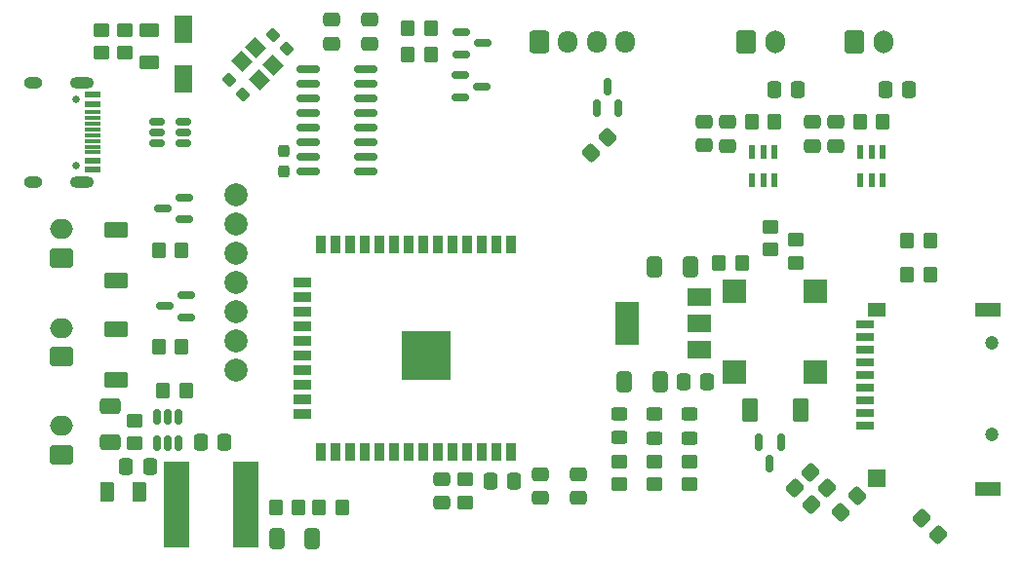
<source format=gbs>
G04 #@! TF.GenerationSoftware,KiCad,Pcbnew,7.0.1*
G04 #@! TF.CreationDate,2023-08-31T11:45:27+03:00*
G04 #@! TF.ProjectId,esp32_hotplate_digital,65737033-325f-4686-9f74-706c6174655f,rev?*
G04 #@! TF.SameCoordinates,Original*
G04 #@! TF.FileFunction,Soldermask,Bot*
G04 #@! TF.FilePolarity,Negative*
%FSLAX46Y46*%
G04 Gerber Fmt 4.6, Leading zero omitted, Abs format (unit mm)*
G04 Created by KiCad (PCBNEW 7.0.1) date 2023-08-31 11:45:27*
%MOMM*%
%LPD*%
G01*
G04 APERTURE LIST*
G04 Aperture macros list*
%AMRoundRect*
0 Rectangle with rounded corners*
0 $1 Rounding radius*
0 $2 $3 $4 $5 $6 $7 $8 $9 X,Y pos of 4 corners*
0 Add a 4 corners polygon primitive as box body*
4,1,4,$2,$3,$4,$5,$6,$7,$8,$9,$2,$3,0*
0 Add four circle primitives for the rounded corners*
1,1,$1+$1,$2,$3*
1,1,$1+$1,$4,$5*
1,1,$1+$1,$6,$7*
1,1,$1+$1,$8,$9*
0 Add four rect primitives between the rounded corners*
20,1,$1+$1,$2,$3,$4,$5,0*
20,1,$1+$1,$4,$5,$6,$7,0*
20,1,$1+$1,$6,$7,$8,$9,0*
20,1,$1+$1,$8,$9,$2,$3,0*%
%AMRotRect*
0 Rectangle, with rotation*
0 The origin of the aperture is its center*
0 $1 length*
0 $2 width*
0 $3 Rotation angle, in degrees counterclockwise*
0 Add horizontal line*
21,1,$1,$2,0,0,$3*%
G04 Aperture macros list end*
%ADD10C,2.000000*%
%ADD11RoundRect,0.250000X-0.350000X-0.450000X0.350000X-0.450000X0.350000X0.450000X-0.350000X0.450000X0*%
%ADD12RoundRect,0.250000X-0.337500X-0.475000X0.337500X-0.475000X0.337500X0.475000X-0.337500X0.475000X0*%
%ADD13RoundRect,0.250000X0.450000X-0.350000X0.450000X0.350000X-0.450000X0.350000X-0.450000X-0.350000X0*%
%ADD14R,2.200000X7.500000*%
%ADD15RoundRect,0.250000X-0.450000X0.325000X-0.450000X-0.325000X0.450000X-0.325000X0.450000X0.325000X0*%
%ADD16RoundRect,0.250000X0.475000X-0.337500X0.475000X0.337500X-0.475000X0.337500X-0.475000X-0.337500X0*%
%ADD17C,0.650000*%
%ADD18R,1.450000X0.600000*%
%ADD19R,1.450000X0.300000*%
%ADD20O,1.600000X1.000000*%
%ADD21O,2.100000X1.000000*%
%ADD22RoundRect,0.250000X-0.450000X0.350000X-0.450000X-0.350000X0.450000X-0.350000X0.450000X0.350000X0*%
%ADD23RoundRect,0.250000X-0.600000X-0.750000X0.600000X-0.750000X0.600000X0.750000X-0.600000X0.750000X0*%
%ADD24O,1.700000X2.000000*%
%ADD25RoundRect,0.150000X-0.825000X-0.150000X0.825000X-0.150000X0.825000X0.150000X-0.825000X0.150000X0*%
%ADD26R,2.000000X2.000000*%
%ADD27RoundRect,0.250000X0.750000X-0.600000X0.750000X0.600000X-0.750000X0.600000X-0.750000X-0.600000X0*%
%ADD28O,2.000000X1.700000*%
%ADD29RoundRect,0.250000X0.565685X0.070711X0.070711X0.565685X-0.565685X-0.070711X-0.070711X-0.565685X0*%
%ADD30RoundRect,0.150000X-0.587500X-0.150000X0.587500X-0.150000X0.587500X0.150000X-0.587500X0.150000X0*%
%ADD31R,1.550000X2.350000*%
%ADD32RoundRect,0.250000X-0.600000X-0.725000X0.600000X-0.725000X0.600000X0.725000X-0.600000X0.725000X0*%
%ADD33O,1.700000X1.950000*%
%ADD34RoundRect,0.250000X0.070711X-0.565685X0.565685X-0.070711X-0.070711X0.565685X-0.565685X0.070711X0*%
%ADD35RoundRect,0.250000X0.337500X0.475000X-0.337500X0.475000X-0.337500X-0.475000X0.337500X-0.475000X0*%
%ADD36RoundRect,0.250000X-0.450000X-0.800000X0.450000X-0.800000X0.450000X0.800000X-0.450000X0.800000X0*%
%ADD37RoundRect,0.250000X-0.625000X0.375000X-0.625000X-0.375000X0.625000X-0.375000X0.625000X0.375000X0*%
%ADD38C,1.200000*%
%ADD39R,1.600000X0.700000*%
%ADD40R,1.500000X1.200000*%
%ADD41R,2.200000X1.200000*%
%ADD42R,1.500000X1.600000*%
%ADD43RoundRect,0.250000X0.350000X0.450000X-0.350000X0.450000X-0.350000X-0.450000X0.350000X-0.450000X0*%
%ADD44RoundRect,0.150000X0.587500X0.150000X-0.587500X0.150000X-0.587500X-0.150000X0.587500X-0.150000X0*%
%ADD45RoundRect,0.250000X-0.412500X-0.650000X0.412500X-0.650000X0.412500X0.650000X-0.412500X0.650000X0*%
%ADD46R,0.600000X1.200000*%
%ADD47RotRect,1.400000X1.200000X315.000000*%
%ADD48RoundRect,0.250000X-0.375000X-0.625000X0.375000X-0.625000X0.375000X0.625000X-0.375000X0.625000X0*%
%ADD49RoundRect,0.250000X-0.070711X0.565685X-0.565685X0.070711X0.070711X-0.565685X0.565685X-0.070711X0*%
%ADD50RoundRect,0.150000X0.150000X-0.512500X0.150000X0.512500X-0.150000X0.512500X-0.150000X-0.512500X0*%
%ADD51RoundRect,0.250000X0.800000X-0.450000X0.800000X0.450000X-0.800000X0.450000X-0.800000X-0.450000X0*%
%ADD52RoundRect,0.150000X-0.150000X0.587500X-0.150000X-0.587500X0.150000X-0.587500X0.150000X0.587500X0*%
%ADD53RoundRect,0.250000X0.650000X-0.412500X0.650000X0.412500X-0.650000X0.412500X-0.650000X-0.412500X0*%
%ADD54R,2.000000X1.500000*%
%ADD55R,2.000000X3.800000*%
%ADD56RoundRect,0.237500X-0.380070X0.044194X0.044194X-0.380070X0.380070X-0.044194X-0.044194X0.380070X0*%
%ADD57R,0.900000X1.500000*%
%ADD58R,1.500000X0.900000*%
%ADD59C,0.600000*%
%ADD60R,4.200000X4.200000*%
%ADD61RoundRect,0.150000X0.150000X-0.587500X0.150000X0.587500X-0.150000X0.587500X-0.150000X-0.587500X0*%
%ADD62RoundRect,0.237500X0.380070X-0.044194X-0.044194X0.380070X-0.380070X0.044194X0.044194X-0.380070X0*%
%ADD63RoundRect,0.237500X-0.237500X0.300000X-0.237500X-0.300000X0.237500X-0.300000X0.237500X0.300000X0*%
%ADD64RoundRect,0.150000X-0.512500X-0.150000X0.512500X-0.150000X0.512500X0.150000X-0.512500X0.150000X0*%
G04 APERTURE END LIST*
D10*
X62738000Y-68580000D03*
X62738000Y-71120000D03*
X62738000Y-73660000D03*
X62738000Y-76200000D03*
X62738000Y-78740000D03*
X62738000Y-81280000D03*
X62738000Y-83820000D03*
D11*
X104664000Y-74472800D03*
X106664000Y-74472800D03*
D12*
X109452500Y-59436000D03*
X111527500Y-59436000D03*
D13*
X102108000Y-93710000D03*
X102108000Y-91710000D03*
D14*
X57588162Y-95485599D03*
X63588162Y-95485599D03*
D15*
X99084001Y-87630002D03*
X99084001Y-89680002D03*
D16*
X103378000Y-64262000D03*
X103378000Y-62187000D03*
D17*
X48826800Y-66009000D03*
X48826800Y-60229000D03*
D18*
X50271800Y-66369000D03*
X50271800Y-65569000D03*
D19*
X50271800Y-64369000D03*
X50271800Y-63369000D03*
X50271800Y-62869000D03*
X50271800Y-61869000D03*
D18*
X50271800Y-60669000D03*
X50271800Y-59869000D03*
X50271800Y-59869000D03*
X50271800Y-60669000D03*
D19*
X50271800Y-61369000D03*
X50271800Y-62369000D03*
X50271800Y-63869000D03*
X50271800Y-64869000D03*
D18*
X50271800Y-65569000D03*
X50271800Y-66369000D03*
D20*
X45176800Y-67439000D03*
D21*
X49356800Y-67439000D03*
D20*
X45176800Y-58799000D03*
D21*
X49356800Y-58799000D03*
D22*
X109139100Y-71304400D03*
X109139100Y-73304400D03*
D23*
X116438000Y-55245000D03*
D24*
X118938000Y-55245000D03*
D11*
X69967600Y-95739599D03*
X71967600Y-95739599D03*
D25*
X69038000Y-66548000D03*
X69038000Y-65278000D03*
X69038000Y-64008000D03*
X69038000Y-62738000D03*
X69038000Y-61468000D03*
X69038000Y-60198000D03*
X69038000Y-58928000D03*
X69038000Y-57658000D03*
X73988000Y-57658000D03*
X73988000Y-58928000D03*
X73988000Y-60198000D03*
X73988000Y-61468000D03*
X73988000Y-62738000D03*
X73988000Y-64008000D03*
X73988000Y-65278000D03*
X73988000Y-66548000D03*
D26*
X105999400Y-83941800D03*
X105999400Y-76941800D03*
X112999400Y-76941800D03*
X112999400Y-83941800D03*
D27*
X47625000Y-82637000D03*
D28*
X47625000Y-80137000D03*
D16*
X92456000Y-94890500D03*
X92456000Y-92815500D03*
D29*
X123693907Y-98065307D03*
X122279693Y-96651093D03*
D16*
X80594200Y-95322300D03*
X80594200Y-93247300D03*
D22*
X53060600Y-54219600D03*
X53060600Y-56219600D03*
D30*
X82324500Y-56322000D03*
X82324500Y-54422000D03*
X84199500Y-55372000D03*
D31*
X58216800Y-54187200D03*
X58216800Y-58487200D03*
D32*
X89052400Y-55219600D03*
D33*
X91552400Y-55219600D03*
X94052400Y-55219600D03*
X96552400Y-55219600D03*
D16*
X89154000Y-94886600D03*
X89154000Y-92811600D03*
D13*
X96012000Y-93710000D03*
X96012000Y-91710000D03*
D34*
X93577693Y-64943707D03*
X94991907Y-63529493D03*
D35*
X103653500Y-84836000D03*
X101578500Y-84836000D03*
D36*
X107401000Y-87249000D03*
X111801000Y-87249000D03*
D37*
X55219600Y-54251400D03*
X55219600Y-57051400D03*
D11*
X66192162Y-95739599D03*
X68192162Y-95739599D03*
X77690000Y-56388000D03*
X79690000Y-56388000D03*
D38*
X128397000Y-81384600D03*
X128397000Y-89384600D03*
D39*
X117397000Y-88584600D03*
X117397000Y-87484600D03*
X117397000Y-86384600D03*
X117397000Y-85284600D03*
X117397000Y-84184600D03*
X117397000Y-83084600D03*
X117397000Y-81984600D03*
X117397000Y-80884600D03*
D40*
X118397000Y-78584600D03*
D41*
X127997000Y-78584600D03*
X127997000Y-94084600D03*
D42*
X118397000Y-93184600D03*
D39*
X117397000Y-79784600D03*
D43*
X118922000Y-62230000D03*
X116922000Y-62230000D03*
D22*
X82651600Y-93310200D03*
X82651600Y-95310200D03*
D27*
X47625000Y-74041000D03*
D28*
X47625000Y-71541000D03*
D11*
X56404000Y-85598000D03*
X58404000Y-85598000D03*
D44*
X58420000Y-77282000D03*
X58420000Y-79182000D03*
X56545000Y-78232000D03*
D23*
X107040000Y-55228000D03*
D24*
X109540000Y-55228000D03*
D11*
X120996200Y-75514200D03*
X122996200Y-75514200D03*
D43*
X58039000Y-81788000D03*
X56039000Y-81788000D03*
D35*
X61743500Y-90043000D03*
X59668500Y-90043000D03*
D45*
X96481500Y-84836000D03*
X99606500Y-84836000D03*
D16*
X105410000Y-64283500D03*
X105410000Y-62208500D03*
D46*
X107574000Y-64810000D03*
X108524000Y-64810000D03*
X109474000Y-64810000D03*
X109474000Y-67310000D03*
X108524000Y-67310000D03*
X107574000Y-67310000D03*
D13*
X53975000Y-90154000D03*
X53975000Y-88154000D03*
D43*
X109524000Y-62230000D03*
X107524000Y-62230000D03*
D15*
X96036002Y-87621000D03*
X96036002Y-89671000D03*
D47*
X64416223Y-55771142D03*
X65971858Y-57326777D03*
X64769777Y-58528858D03*
X63214142Y-56973223D03*
D15*
X102116001Y-87630000D03*
X102116001Y-89680000D03*
D48*
X51533600Y-94386400D03*
X54333600Y-94386400D03*
D49*
X116683507Y-94746093D03*
X115269293Y-96160307D03*
D50*
X57779999Y-90159000D03*
X56829999Y-90159000D03*
X55879999Y-90159000D03*
X55879999Y-87884000D03*
X56829999Y-87884000D03*
X57779999Y-87884000D03*
D45*
X66264662Y-98406599D03*
X69389662Y-98406599D03*
D29*
X112674400Y-95453200D03*
X111260186Y-94038986D03*
D51*
X52324000Y-75987000D03*
X52324000Y-71587000D03*
D52*
X108143000Y-90043000D03*
X110043000Y-90043000D03*
X109093000Y-91918000D03*
D29*
X114071400Y-94056200D03*
X112657186Y-92641986D03*
D53*
X51816000Y-90081500D03*
X51816000Y-86956500D03*
D11*
X77690000Y-54102000D03*
X79690000Y-54102000D03*
D54*
X102972000Y-77456000D03*
X102972000Y-79756000D03*
D55*
X96672000Y-79756000D03*
D54*
X102972000Y-82056000D03*
D12*
X119104500Y-59436000D03*
X121179500Y-59436000D03*
D13*
X99060000Y-93710001D03*
X99060000Y-91710001D03*
D56*
X62120648Y-58572120D03*
X63340408Y-59791880D03*
D57*
X86589000Y-90871000D03*
X85319000Y-90871000D03*
X84049000Y-90871000D03*
X82779000Y-90871000D03*
X81509000Y-90871000D03*
X80239000Y-90871000D03*
X78969000Y-90871000D03*
X77699000Y-90871000D03*
X76429000Y-90871000D03*
X75159000Y-90871000D03*
X73889000Y-90871000D03*
X72619000Y-90871000D03*
X71349000Y-90871000D03*
X70079000Y-90871000D03*
D58*
X68539000Y-87581000D03*
X68539000Y-86311000D03*
X68539000Y-85041000D03*
X68539000Y-83771000D03*
X68539000Y-82501000D03*
X68539000Y-81231000D03*
X68539000Y-79961000D03*
X68539000Y-78691000D03*
X68539000Y-77421000D03*
X68539000Y-76151000D03*
D57*
X70079000Y-72871000D03*
X71349000Y-72871000D03*
X72619000Y-72871000D03*
X73889000Y-72871000D03*
X75159000Y-72871000D03*
X76429000Y-72871000D03*
X77699000Y-72871000D03*
X78969000Y-72871000D03*
X80239000Y-72871000D03*
X81509000Y-72871000D03*
X82779000Y-72871000D03*
X84049000Y-72871000D03*
X85319000Y-72871000D03*
X86589000Y-72871000D03*
D59*
X78486500Y-84076000D03*
X80011500Y-84076000D03*
X77724000Y-83313500D03*
X79249000Y-83313500D03*
X80774000Y-83313500D03*
X78486500Y-82551000D03*
D60*
X79249000Y-82551000D03*
D59*
X80011500Y-82551000D03*
X77724000Y-81788500D03*
X79249000Y-81788500D03*
X80774000Y-81788500D03*
X78486500Y-81026000D03*
X80011500Y-81026000D03*
D27*
X47625000Y-91146000D03*
D28*
X47625000Y-88646000D03*
D43*
X58023000Y-73406000D03*
X56023000Y-73406000D03*
D16*
X112776000Y-64283500D03*
X112776000Y-62208500D03*
D46*
X116972000Y-64810000D03*
X117922000Y-64810000D03*
X118872000Y-64810000D03*
X118872000Y-67310000D03*
X117922000Y-67310000D03*
X116972000Y-67310000D03*
D16*
X74372000Y-55393500D03*
X74372000Y-53318500D03*
D22*
X51104800Y-54219600D03*
X51104800Y-56219600D03*
D61*
X95946000Y-61008500D03*
X94046000Y-61008500D03*
X94996000Y-59133500D03*
D16*
X114808000Y-64283500D03*
X114808000Y-62208500D03*
D45*
X99110000Y-74828400D03*
X102235000Y-74828400D03*
D62*
X67150408Y-55854880D03*
X65930648Y-54635120D03*
D22*
X111348900Y-72488800D03*
X111348900Y-74488800D03*
D63*
X66903600Y-64771100D03*
X66903600Y-66496100D03*
D51*
X52324000Y-84623000D03*
X52324000Y-80223000D03*
D44*
X58293000Y-68773000D03*
X58293000Y-70673000D03*
X56418000Y-69723000D03*
D64*
X55880000Y-64069000D03*
X55880000Y-63119000D03*
X55880000Y-62169000D03*
X58155000Y-62169000D03*
X58155000Y-63119000D03*
X58155000Y-64069000D03*
D12*
X84814500Y-93472000D03*
X86889500Y-93472000D03*
D11*
X120996200Y-72542400D03*
X122996200Y-72542400D03*
D30*
X82246000Y-60066000D03*
X82246000Y-58166000D03*
X84121000Y-59116000D03*
D12*
X53191500Y-92176600D03*
X55266500Y-92176600D03*
D16*
X71070000Y-55393500D03*
X71070000Y-53318500D03*
M02*

</source>
